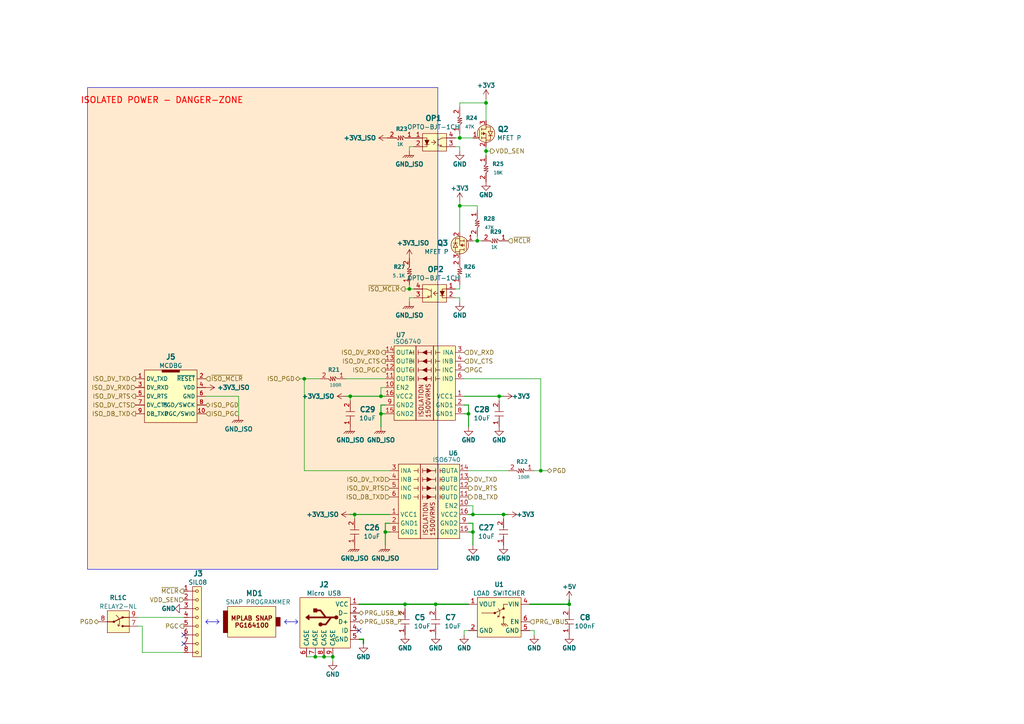
<source format=kicad_sch>
(kicad_sch (version 20231120) (generator "eeschema") (generator_version "8.0")
  (paper "A4")
  (title_block (title "PROGRAMMER & DEBUGGER") (date "2024-07-17") (rev "0.1") (company "TON DUC THANG UNIVERSITY") (comment 1 "Schematic Designed by ...") (comment 2 "PCB Designed by ...") (comment 3 "Approved by ..."))
  (lib_symbols
    (symbol "SAMPI:+3V3_ISO" (power) (pin_names (offset 0))
      (property "Value" "+3V3_ISO" (at 0 3.556 0))
      (symbol "+3V3_ISO_0_1"
        (polyline (pts (xy -0.762 1.27) (xy 0 2.54)))
        (polyline (pts (xy 0 0) (xy 0 2.54)))
        (polyline (pts (xy 0 2.54) (xy 0.762 1.27)))
      )
      (symbol "+3V3_ISO_1_1"
        (pin power_in line (at 0 0 90) (length 0) hide (name "+3V3_ISO") (number "1"))
      )
    )
    (symbol "SAMPI:CERCAP" (pin_names hide)
      (property "Reference" "C" (at -1.905 1.905 0))
      (property "Value" "CerCap" (at -1.905 0 0))
      (symbol "CERCAP_0_1"
        (polyline (pts (xy 0 -2.54) (xy 0.635 -2.54)))
        (polyline (pts (xy 0.635 -1.27) (xy 0.635 -3.81)))
        (polyline (pts (xy 1.905 -2.54) (xy 2.54 -2.54)))
        (polyline (pts (xy 1.905 -1.27) (xy 1.905 -3.81)))
      )
      (symbol "CERCAP_1_1"
        (pin bidirectional line (at -2.54 -2.54 0) (length 2.54) (name "1") (number "1"))
        (pin bidirectional line (at 5.08 -2.54 180) (length 2.54) (name "2") (number "2"))
      )
    )
    (symbol "SAMPI:FET_P-CH" (pin_names hide)
      (property "Reference" "Q" (at 1.27 0.635 0))
      (property "Value" "MFET P" (at 1.27 -1.27 0))
      (symbol "FET_P-CH_0_1"
        (polyline (pts (xy 2.54 -5.461) (xy 2.54 -4.699)))
        (polyline (pts (xy 2.54 -3.429) (xy 2.54 -4.191)))
        (polyline (pts (xy 2.54 -2.159) (xy 2.54 -2.921)))
        (polyline (pts (xy 4.445 -4.445) (xy 5.715 -4.445)))
        (polyline (pts (xy 4.445 -3.175) (xy 5.715 -3.175)))
        (polyline (pts (xy 1.27 -5.08) (xy 1.905 -5.08) (xy 1.905 -2.54)))
        (polyline (pts (xy 2.54 -3.81) (xy 3.81 -3.81) (xy 3.81 -5.08)))
        (polyline (pts (xy 3.81 -6.35) (xy 3.81 -5.08) (xy 2.54 -5.08)))
        (polyline (pts (xy 3.81 -5.715) (xy 5.08 -5.715) (xy 5.08 -4.445)))
        (polyline (pts (xy 3.81 -1.905) (xy 5.08 -1.905) (xy 5.08 -3.175)))
        (polyline (pts (xy 3.81 -1.27) (xy 3.81 -2.54) (xy 2.54 -2.54)))
        (polyline (pts (xy 4.445 -3.175) (xy 5.08 -4.445) (xy 5.715 -3.175)))
      )
      (symbol "FET_P-CH_1_1"
        (polyline (pts (xy 3.048 -3.429) (xy 3.048 -4.191) (xy 3.429 -3.81) (xy 3.048 -3.429)) (fill (type outline)))
        (circle (center 3.81 -3.81) (radius 2.54) (fill (type background)))
        (pin bidirectional line (at 0 -5.08 0) (length 1.27) (name "G") (number "1"))
        (pin bidirectional line (at 3.81 -7.62 90) (length 1.27) (name "S") (number "2"))
        (pin bidirectional line (at 3.81 0 270) (length 1.27) (name "D") (number "3"))
      )
    )
    (symbol "SAMPI:GND_ISO" (power) (pin_names (offset 0))
      (property "Value" "GND_ISO" (at 0 5.715 0))
      (symbol "GND_ISO_0_1"
        (polyline (pts (xy -1.27 7.62) (xy -1.905 6.985)))
        (polyline (pts (xy -1.27 7.62) (xy 1.27 7.62)))
        (polyline (pts (xy -0.635 7.62) (xy -1.27 6.985)))
        (polyline (pts (xy 0 7.62) (xy -0.635 6.985)))
        (polyline (pts (xy 0 8.89) (xy 0 7.62)))
        (polyline (pts (xy 0.635 7.62) (xy 0 6.985)))
        (polyline (pts (xy 1.27 7.62) (xy 0.635 6.985)))
      )
      (symbol "GND_ISO_1_1"
        (pin power_in line (at 0 8.89 270) (length 0) hide (name "GND_ISO") (number "1"))
      )
    )
    (symbol "SAMPI:ISO6740"
      (property "Reference" "U" (at 0 0 0))
      (property "Value" "ISO6740" (at 0 -1.905 0))
      (symbol "ISO6740_0_1"
        (polyline (pts (xy -3.175 -13.335) (xy -3.175 -12.065)))
        (polyline (pts (xy -3.175 -12.7) (xy -4.445 -12.7)))
        (polyline (pts (xy -3.175 -10.795) (xy -3.175 -9.525)))
        (polyline (pts (xy -3.175 -10.16) (xy -4.445 -10.16)))
        (polyline (pts (xy -3.175 -8.255) (xy -3.175 -6.985)))
        (polyline (pts (xy -3.175 -7.62) (xy -4.445 -7.62)))
        (polyline (pts (xy -3.175 -5.715) (xy -3.175 -4.445)))
        (polyline (pts (xy -3.175 -5.08) (xy -4.445 -5.08)))
        (polyline (pts (xy -1.905 -13.335) (xy -1.905 -12.065)))
        (polyline (pts (xy -1.905 -12.7) (xy -0.635 -12.7)))
        (polyline (pts (xy -1.905 -10.795) (xy -1.905 -9.525)))
        (polyline (pts (xy -1.905 -10.16) (xy -0.635 -10.16)))
        (polyline (pts (xy -1.905 -8.255) (xy -1.905 -6.985)))
        (polyline (pts (xy -1.905 -7.62) (xy -0.635 -7.62)))
        (polyline (pts (xy -1.905 -5.715) (xy -1.905 -4.445)))
        (polyline (pts (xy -1.905 -5.08) (xy -0.635 -5.08)))
        (polyline (pts (xy 0.635 -12.7) (xy 1.905 -12.7)))
        (polyline (pts (xy 0.635 -10.16) (xy 1.905 -10.16)))
        (polyline (pts (xy 0.635 -7.62) (xy 1.905 -7.62)))
        (polyline (pts (xy 0.635 -5.08) (xy 1.905 -5.08)))
        (polyline (pts (xy 1.905 -12.065) (xy 1.905 -13.335)))
        (polyline (pts (xy 1.905 -9.525) (xy 1.905 -10.795)))
        (polyline (pts (xy 1.905 -6.985) (xy 1.905 -8.255)))
        (polyline (pts (xy 1.905 -4.445) (xy 1.905 -5.715)))
        (polyline (pts (xy 3.175 -12.7) (xy 4.445 -12.7)))
        (polyline (pts (xy 3.175 -12.065) (xy 3.175 -13.335)))
        (polyline (pts (xy 3.175 -10.16) (xy 4.445 -10.16)))
        (polyline (pts (xy 3.175 -9.525) (xy 3.175 -10.795)))
        (polyline (pts (xy 3.175 -7.62) (xy 4.445 -7.62)))
        (polyline (pts (xy 3.175 -6.985) (xy 3.175 -8.255)))
        (polyline (pts (xy 3.175 -5.08) (xy 4.445 -5.08)))
        (polyline (pts (xy 3.175 -4.445) (xy 3.175 -5.715)))
      )
      (symbol "ISO6740_1_0"
        (pin input line (at 11.43 -15.24 180) (length 2.54) (name "EN2") (number "10"))
        (pin output line (at 11.43 -12.7 180) (length 2.54) (name "OUTD") (number "11"))
        (pin output line (at 11.43 -10.16 180) (length 2.54) (name "OUTC") (number "12"))
        (pin output line (at 11.43 -7.62 180) (length 2.54) (name "OUTB") (number "13"))
        (pin output line (at 11.43 -5.08 180) (length 2.54) (name "OUTA") (number "14"))
        (pin passive line (at 11.43 -22.86 180) (length 2.54) (name "GND2") (number "15"))
        (pin power_in line (at 11.43 -17.78 180) (length 2.54) (name "VCC2") (number "16"))
        (pin passive line (at -11.43 -20.32 0) (length 2.54) (name "GND1") (number "2"))
        (pin input line (at -11.43 -5.08 0) (length 2.54) (name "INA") (number "3"))
        (pin input line (at -11.43 -7.62 0) (length 2.54) (name "INB") (number "4"))
        (pin input line (at -11.43 -10.16 0) (length 2.54) (name "INC") (number "5"))
        (pin input line (at -11.43 -12.7 0) (length 2.54) (name "IND") (number "6"))
        (pin no_connect line (at -11.43 -15.24 0) (length 2.54) hide (name "NC") (number "7"))
        (pin passive line (at -11.43 -22.86 0) (length 2.54) (name "GND1") (number "8"))
        (pin passive line (at 11.43 -20.32 180) (length 2.54) (name "GND2") (number "9"))
      )
      (symbol "ISO6740_1_1"
        (rectangle (start -8.89 -3.175) (end -2.54 -24.765) (fill (type background)))
        (rectangle (start -2.54 -3.175) (end 2.54 -24.765))
        (polyline (pts (xy -0.635 -12.065) (xy -0.635 -13.335) (xy 0.635 -12.7) (xy -0.635 -12.065)) (fill (type outline)))
        (polyline (pts (xy -0.635 -9.525) (xy -0.635 -10.795) (xy 0.635 -10.16) (xy -0.635 -9.525)) (fill (type outline)))
        (polyline (pts (xy -0.635 -6.985) (xy -0.635 -8.255) (xy 0.635 -7.62) (xy -0.635 -6.985)) (fill (type outline)))
        (polyline (pts (xy -0.635 -4.445) (xy -0.635 -5.715) (xy 0.635 -5.08) (xy -0.635 -4.445)) (fill (type outline)))
        (rectangle (start 2.54 -3.175) (end 8.89 -24.765) (fill (type background)))
        (text "ISOLATION\n1500VRMS" (at 0 -19.05 900) (effects (font (size 1.27 1.27))))
        (pin power_in line (at -11.43 -17.78 0) (length 2.54) (name "VCC1") (number "1"))
      )
    )
    (symbol "SAMPI:MCDBG"
      (property "Reference" "J4" (at 0 11.43 0))
      (property "Value" "MCDBG" (at 0 8.89 0))
      (symbol "MCDBG_0_1"
        (rectangle (start -7.62 7.62) (end 7.62 -7.62) (fill (type background)))
      )
      (symbol "MCDBG_1_1"
        (rectangle (start -2.54 7.62) (end 2.54 6.985) (fill (type outline)))
        (pin output line (at -10.16 5.08 0) (length 2.54) (name "DV_TXD") (number "1"))
        (pin output line (at 10.16 -5.08 180) (length 2.54) (name "PGC/SWIO") (number "10"))
        (pin output line (at 10.16 5.08 180) (length 2.54) (name "~{RESET}") (number "2"))
        (pin input line (at -10.16 2.54 0) (length 2.54) (name "DV_RXD") (number "3"))
        (pin input line (at 10.16 2.54 180) (length 2.54) (name "VDD") (number "4"))
        (pin bidirectional line (at -10.16 0 0) (length 2.54) (name "DV_RTS") (number "5"))
        (pin bidirectional line (at 10.16 0 180) (length 2.54) (name "GND") (number "6"))
        (pin bidirectional line (at -10.16 -2.54 0) (length 2.54) (name "DV_CTS") (number "7"))
        (pin bidirectional line (at 10.16 -2.54 180) (length 2.54) (name "PGD/SWCK") (number "8"))
        (pin output line (at -10.16 -5.08 0) (length 2.54) (name "DB_TXD") (number "9"))
      )
    )
    (symbol "SAMPI:MIC94090YC6"
      (property "Reference" "U" (at 0 0 0))
      (property "Value" "LOAD SWITCHER" (at 0 -1.905 0))
      (symbol "MIC94090YC6_0_0"
        (pin power_out line (at 8.89 -5.08 180) (length 2.54) (name "VOUT") (number "1"))
        (pin passive line (at 8.89 -12.7 180) (length 2.54) (name "GND") (number "2"))
        (pin power_in line (at -8.89 -5.08 0) (length 2.54) (name "VIN") (number "4"))
        (pin passive line (at -8.89 -12.7 0) (length 2.54) (name "GND") (number "5"))
        (pin input line (at -8.89 -10.16 0) (length 2.54) (name "EN") (number "6"))
      )
      (symbol "MIC94090YC6_0_1"
        (polyline (pts (xy -2.54 -5.08) (xy -1.27 -5.08)))
        (polyline (pts (xy -1.905 -10.795) (xy -2.54 -11.43)))
        (polyline (pts (xy -1.905 -10.795) (xy -0.635 -10.795)))
        (polyline (pts (xy -1.27 -10.795) (xy -1.905 -11.43)))
        (polyline (pts (xy -1.27 -8.89) (xy -1.27 -10.795)))
        (polyline (pts (xy -1.27 -6.35) (xy 1.27 -7.62)))
        (polyline (pts (xy -1.27 -5.08) (xy -1.27 -6.35)))
        (polyline (pts (xy -0.635 -10.795) (xy -1.27 -11.43)))
        (polyline (pts (xy 1.27 -7.62) (xy 5.08 -7.62)))
      )
      (symbol "MIC94090YC6_1_0"
        (pin no_connect line (at 8.89 -10.16 180) (length 2.54) hide (name "NC") (number "3"))
      )
      (symbol "MIC94090YC6_1_1"
        (rectangle (start -6.35 -3.175) (end 6.35 -14.605) (fill (type background)))
        (circle (center -1.27 -8.89) (radius 0.254) (fill (type outline)))
        (circle (center -1.27 -6.35) (radius 0.254) (fill (type outline)))
        (polyline (pts (xy -0.127 -8.636) (xy 0.381 -8.763)))
        (polyline (pts (xy 0.381 -8.382) (xy 0.381 -8.763)))
        (arc (start 0.254 -6.35) (mid -0.1822 -7.5828) (end 0.381 -8.763))
        (circle (center 1.27 -7.62) (radius 0.254) (fill (type outline)))
      )
    )
    (symbol "SAMPI:MICRO_USB_PLUG_RA"
      (property "Reference" "J" (at 0 0 0))
      (property "Value" "ZX60-B-5S" (at 3.81 -1.905 0))
      (symbol "MICRO_USB_PLUG_RA_1_1"
        (rectangle (start -1.905 -3.175) (end 12.7 -17.78) (fill (type background)))
        (polyline (pts (xy 5.588 -8.89) (xy 0.254 -8.89)) (stroke (width 0.5)))
        (polyline (pts (xy -0.254 -8.89) (xy 0.762 -9.652) (xy 0.762 -8.128) (xy -0.254 -8.89)) (fill (type outline)))
        (polyline (pts (xy 2.54 -6.858) (xy 3.81 -6.858) (xy 4.064 -6.858) (xy 5.588 -8.89) (xy 7.112 -8.89)) (stroke (width 0.5)))
        (polyline (pts (xy 4.064 -10.922) (xy 5.334 -10.922) (xy 5.588 -10.922) (xy 7.112 -8.89) (xy 8.636 -8.89)) (stroke (width 0.5)))
        (rectangle (start 2.032 -6.35) (end 3.048 -7.366) (fill (type outline)))
        (circle (center 4.064 -10.922) (radius 0.508) (fill (type outline)))
        (circle (center 8.636 -8.89) (radius 0.508) (fill (type outline)))
        (pin power_out line (at 15.24 -5.08 180) (length 2.54) (name "VCC") (number "1"))
        (pin bidirectional line (at 15.24 -7.62 180) (length 2.54) (name "D-") (number "2"))
        (pin bidirectional line (at 15.24 -10.16 180) (length 2.54) (name "D+") (number "3"))
        (pin input line (at 15.24 -12.7 180) (length 2.54) (name "ID") (number "4"))
        (pin passive line (at 15.24 -15.24 180) (length 2.54) (name "GND") (number "5"))
        (pin passive line (at 0 -20.32 90) (length 2.54) (name "CASE") (number "6"))
        (pin passive line (at 2.54 -20.32 90) (length 2.54) (name "CASE") (number "7"))
        (pin passive line (at 5.08 -20.32 90) (length 2.54) (name "CASE") (number "8"))
        (pin passive line (at 7.62 -20.32 90) (length 2.54) (name "CASE") (number "9"))
      )
    )
    (symbol "SAMPI:OPTO-BJT-1CH" (pin_names hide)
      (property "Reference" "OP" (at -1.27 0.635 0))
      (property "Value" "OPTO-BJT-1CH" (at -5.715 -1.27 0))
      (symbol "OPTO-BJT-1CH_0_1"
        (polyline (pts (xy -2.54 -6.35) (xy -1.27 -6.35)))
        (polyline (pts (xy -3.175 -6.985) (xy -1.905 -6.985) (xy -1.905 -6.35)))
        (polyline (pts (xy -3.175 -4.445) (xy -1.905 -4.445) (xy -1.905 -5.08)))
      )
      (symbol "OPTO-BJT-1CH_1_1"
        (rectangle (start -3.175 -3.175) (end 3.81 -8.255) (fill (type background)))
        (polyline (pts (xy 0.635 -5.715) (xy 0 -6.35)))
        (polyline (pts (xy 1.27 -6.35) (xy 2.54 -6.985)))
        (polyline (pts (xy 1.27 -4.445) (xy 1.27 -6.985)))
        (polyline (pts (xy 2.54 -4.445) (xy 1.27 -5.08)))
        (polyline (pts (xy 2.54 -4.445) (xy 3.81 -4.445)))
        (polyline (pts (xy 3.81 -6.985) (xy 2.54 -6.985)))
        (polyline (pts (xy -0.635 -5.715) (xy 0.635 -5.715) (xy 0 -5.08)))
        (polyline (pts (xy 1.778 -6.985) (xy 2.286 -6.858) (xy 2.159 -6.35)))
        (polyline (pts (xy -2.54 -5.08) (xy -1.27 -5.08) (xy -1.905 -6.35) (xy -2.54 -5.08)) (fill (type outline)))
        (pin input line (at -5.715 -4.445 0) (length 2.54) (name "A") (number "1"))
        (pin input line (at -5.715 -6.985 0) (length 2.54) (name "K") (number "2"))
        (pin bidirectional line (at 6.35 -6.985 180) (length 2.54) (name "E") (number "3"))
        (pin bidirectional line (at 6.35 -4.445 180) (length 2.54) (name "C") (number "4"))
      )
    )
    (symbol "SAMPI:RELAY2-NL" (pin_names (offset 0) hide)
      (property "Reference" "RL" (at 0 0 0))
      (property "Value" "RELAY2-NL" (at 0 -1.905 0))
      (symbol "RELAY2-NL_1_1"
        (rectangle (start -3.175 -3.175) (end 3.175 -6.985) (fill (type background)))
        (rectangle (start -2.54 -3.175) (end 2.54 -3.556) (fill (type outline)))
        (arc (start -1.27 -4.445) (mid -1.719 -4.631) (end -1.905 -5.08))
        (arc (start -0.635 -5.08) (mid -0.821 -4.631) (end -1.27 -4.445))
        (arc (start 0 -4.445) (mid -0.449 -4.631) (end -0.635 -5.08))
        (polyline (pts (xy -3.175 -5.08) (xy -1.905 -5.08)))
        (polyline (pts (xy -1.651 -5.969) (xy -0.889 -5.969)))
        (polyline (pts (xy -1.27 -5.588) (xy -1.27 -6.35)))
        (polyline (pts (xy 0.889 -5.969) (xy 1.651 -5.969)))
        (polyline (pts (xy 1.905 -5.08) (xy 3.175 -5.08)))
        (arc (start 0.635 -5.08) (mid 0.449 -4.631) (end 0 -4.445))
        (arc (start 1.27 -4.445) (mid 0.821 -4.631) (end 0.635 -5.08))
        (arc (start 1.905 -5.08) (mid 1.719 -4.631) (end 1.27 -4.445))
        (pin passive line (at -5.715 -5.08 0) (length 2.54) (name "COIL+") (number "1"))
        (pin passive line (at 5.715 -5.08 180) (length 2.54) (name "COIL-") (number "10"))
      )
      (symbol "RELAY2-NL_2_1"
        (rectangle (start -3.175 -3.175) (end 3.175 -9.525) (fill (type background)))
        (circle (center -1.27 -6.35) (radius 0.254) (fill (type outline)))
        (arc (start 0 -7.62) (mid 0.3401 -5.901) (end -0.635 -4.445))
        (polyline (pts (xy -3.175 -6.35) (xy -1.27 -6.35)) (stroke (width 0.254)))
        (polyline (pts (xy -1.27 -6.35) (xy 1.27 -5.08)) (stroke (width 0.254)))
        (polyline (pts (xy -0.127 -7.112) (xy 0 -7.62)))
        (polyline (pts (xy 0 -7.62) (xy 0.508 -7.366)))
        (polyline (pts (xy 3.175 -7.62) (xy 1.27 -7.62)) (stroke (width 0.254)))
        (polyline (pts (xy 3.175 -5.08) (xy 1.27 -5.08)) (stroke (width 0.254)))
        (circle (center 1.27 -7.62) (radius 0.254) (fill (type outline)))
        (circle (center 1.27 -5.08) (radius 0.254) (fill (type outline)))
        (pin passive line (at 5.715 -5.08 180) (length 2.54) (name "NC1") (number "2"))
        (pin passive line (at -5.715 -6.35 0) (length 2.54) (name "COM1") (number "3"))
        (pin passive line (at 5.715 -7.62 180) (length 2.54) (name "NO1") (number "4"))
      )
      (symbol "RELAY2-NL_3_1"
        (rectangle (start -3.175 -3.175) (end 3.175 -9.525) (fill (type background)))
        (circle (center -1.27 -6.35) (radius 0.254) (fill (type outline)))
        (arc (start 0 -7.62) (mid 0.3401 -5.901) (end -0.635 -4.445))
        (polyline (pts (xy -3.175 -6.35) (xy -1.27 -6.35)) (stroke (width 0.254)))
        (polyline (pts (xy -1.27 -6.35) (xy 1.27 -5.08)) (stroke (width 0.254)))
        (polyline (pts (xy -0.127 -7.112) (xy 0 -7.62)))
        (polyline (pts (xy 0 -7.62) (xy 0.508 -7.366)))
        (polyline (pts (xy 3.175 -7.62) (xy 1.27 -7.62)) (stroke (width 0.254)))
        (polyline (pts (xy 3.175 -5.08) (xy 1.27 -5.08)) (stroke (width 0.254)))
        (circle (center 1.27 -7.62) (radius 0.254) (fill (type outline)))
        (circle (center 1.27 -5.08) (radius 0.254) (fill (type outline)))
        (pin passive line (at 5.715 -7.62 180) (length 2.54) (name "NO2") (number "7"))
        (pin passive line (at -5.715 -6.35 0) (length 2.54) (name "COM2") (number "8"))
        (pin passive line (at 5.715 -5.08 180) (length 2.54) (name "NC2") (number "9"))
      )
    )
    (symbol "SAMPI:RES" (pin_names hide)
      (property "Reference" "R" (at 0 1.905 0))
      (property "Value" "RES" (at 0 0 0))
      (symbol "RES_0_1"
        (polyline (pts (xy 0 -2.54) (xy 0.635 -1.905) (xy 0.635 -3.175) (xy 1.27 -1.905) (xy 1.27 -3.175) (xy 1.905 -1.905) (xy 1.905 -3.175) (xy 2.54 -2.54)))
      )
      (symbol "RES_1_1"
        (pin bidirectional line (at -2.54 -2.54 0) (length 2.54) (name "1") (number "1"))
        (pin bidirectional line (at 5.08 -2.54 180) (length 2.54) (name "2") (number "2"))
      )
    )
    (symbol "SAMPI:SIL08" (pin_names hide)
      (property "Reference" "J" (at 0 0 0))
      (property "Value" "SIL08" (at 0 -1.905 0))
      (symbol "SIL08_0_0"
        (polyline (pts (xy -1.27 -22.86) (xy 0.889 -22.86)))
        (polyline (pts (xy -1.27 -20.32) (xy 0.889 -20.32)))
        (polyline (pts (xy -1.27 -17.78) (xy 0.889 -17.78)))
        (polyline (pts (xy -1.27 -15.24) (xy 0.889 -15.24)))
        (polyline (pts (xy -1.27 -12.7) (xy 0.889 -12.7)))
        (polyline (pts (xy -1.27 -10.16) (xy 0.889 -10.16)))
        (polyline (pts (xy -1.27 -7.62) (xy 0.889 -7.62)))
        (polyline (pts (xy -1.27 -5.08) (xy 0.889 -5.08)))
      )
      (symbol "SIL08_1_0"
        (rectangle (start 0 -3.81) (end 2.54 -24.13) (fill (type background)))
        (circle (center 1.27 -22.86) (radius 0.381))
        (circle (center 1.27 -20.32) (radius 0.381))
        (circle (center 1.27 -17.78) (radius 0.381))
        (circle (center 1.27 -15.24) (radius 0.381))
        (circle (center 1.27 -12.7) (radius 0.381))
        (circle (center 1.27 -10.16) (radius 0.381))
        (circle (center 1.27 -7.62) (radius 0.381))
        (circle (center 1.27 -5.08) (radius 0.381))
        (pin passive line (at -2.54 -5.08 0) (length 1.27) (name "1") (number "1"))
        (pin passive line (at -2.54 -7.62 0) (length 1.27) (name "2") (number "2"))
        (pin passive line (at -2.54 -10.16 0) (length 1.27) (name "3") (number "3"))
        (pin passive line (at -2.54 -12.7 0) (length 1.27) (name "4") (number "4"))
        (pin passive line (at -2.54 -15.24 0) (length 1.27) (name "5") (number "5"))
        (pin passive line (at -2.54 -17.78 0) (length 1.27) (name "6") (number "6"))
        (pin passive line (at -2.54 -20.32 0) (length 1.27) (name "7") (number "7"))
        (pin passive line (at -2.54 -22.86 0) (length 1.27) (name "8") (number "8"))
      )
    )
    (symbol "SAMPI:SNAP-PG164100"
      (property "Reference" "MD" (at 0 0 0))
      (property "Value" "SNAP PROGRAMMER" (at 0 -1.905 0))
      (symbol "SNAP-PG164100_1_1"
        (rectangle (start -8.255 -6.35) (end -6.985 -8.89) (fill (type outline)))
        (rectangle (start -6.985 -3.175) (end 6.985 -12.065) (fill (type background)))
        (rectangle (start 6.985 -4.445) (end 8.255 -10.795) (fill (type outline)))
        (text "MPLAB SNAP\nPG164100" (at 0 -7.62 0) (effects (font (size 1.27 1.27) (bold yes))))
      )
    )
    (symbol "power:+3V3" (power) (pin_names (offset 0))
      (property "Value" "+3V3" (at 0 3.556 0))
      (symbol "+3V3_0_1"
        (polyline (pts (xy -0.762 1.27) (xy 0 2.54)))
        (polyline (pts (xy 0 0) (xy 0 2.54)))
        (polyline (pts (xy 0 2.54) (xy 0.762 1.27)))
      )
      (symbol "+3V3_1_1"
        (pin power_in line (at 0 0 90) (length 0) hide (name "+3V3") (number "1"))
      )
    )
    (symbol "power:+5V" (power) (pin_names (offset 0))
      (property "Value" "+5V" (at 0 3.556 0))
      (symbol "+5V_0_1"
        (polyline (pts (xy -0.762 1.27) (xy 0 2.54)))
        (polyline (pts (xy 0 0) (xy 0 2.54)))
        (polyline (pts (xy 0 2.54) (xy 0.762 1.27)))
      )
      (symbol "+5V_1_1"
        (pin power_in line (at 0 0 90) (length 0) hide (name "+5V") (number "1"))
      )
    )
    (symbol "power:GND" (power) (pin_names (offset 0))
      (property "Value" "GND" (at 0 -3.81 0))
      (symbol "GND_0_1"
        (polyline (pts (xy 0 0) (xy 0 -1.27) (xy 1.27 -1.27) (xy 0 -2.54) (xy -1.27 -1.27) (xy 0 -1.27)))
      )
      (symbol "GND_1_1"
        (pin power_in line (at 0 0 270) (length 0) hide (name "GND") (number "1"))
      )
    )
  )
  (junction (at 91.44 190.5))
  (junction (at 111.76 154.305))
  (junction (at 140.97 29.845))
  (junction (at 102.87 149.225))
  (junction (at 138.43 69.85))
  (junction (at 110.49 120.015))
  (junction (at 137.16 149.225))
  (junction (at 165.1 175.26))
  (junction (at 133.35 59.69))
  (junction (at 88.265 109.855))
  (junction (at 146.05 149.225))
  (junction (at 140.97 43.815))
  (junction (at 137.16 154.305))
  (junction (at 135.89 120.015))
  (junction (at 156.845 136.525))
  (junction (at 117.475 175.26))
  (junction (at 144.78 114.935))
  (junction (at 96.52 190.5))
  (junction (at 118.745 83.82))
  (junction (at 126.365 175.26))
  (junction (at 93.98 190.5))
  (junction (at 133.35 40.005))
  (junction (at 110.49 114.935))
  (junction (at 101.6 114.935))
  (no_connect (at 53.34 184.15))
  (no_connect (at 104.14 182.88))
  (no_connect (at 53.34 186.69))
  (wire (pts (xy 140.97 34.925) (xy 140.97 29.845)))
  (wire (pts (xy 146.05 149.225) (xy 146.05 150.495)))
  (wire (pts (xy 134.62 117.475) (xy 135.89 117.475)) (stroke (width 0.254)))
  (polyline (pts (xy 62.865 180.975) (xy 63.5 180.34)))
  (wire (pts (xy 165.1 175.26) (xy 165.1 176.53)))
  (wire (pts (xy 135.89 182.88) (xy 134.62 182.88)))
  (wire (pts (xy 146.05 149.225) (xy 147.32 149.225)) (stroke (width 0.254)))
  (wire (pts (xy 140.97 28.575) (xy 140.97 29.845)))
  (wire (pts (xy 111.76 120.015) (xy 110.49 120.015)) (stroke (width 0.254)))
  (polyline (pts (xy 59.69 180.34) (xy 60.325 179.705)))
  (wire (pts (xy 144.78 114.935) (xy 144.78 116.205)))
  (wire (pts (xy 133.35 83.82) (xy 132.08 83.82)))
  (wire (pts (xy 104.14 185.42) (xy 105.41 185.42)) (stroke (width 0.381)))
  (wire (pts (xy 133.35 86.36) (xy 133.35 87.63)))
  (polyline (pts (xy 62.865 179.705) (xy 63.5 180.34)))
  (wire (pts (xy 113.03 136.525) (xy 88.265 136.525)))
  (wire (pts (xy 118.745 42.545) (xy 118.745 43.815)))
  (wire (pts (xy 100.33 109.855) (xy 111.76 109.855)))
  (wire (pts (xy 153.67 182.88) (xy 154.94 182.88)))
  (wire (pts (xy 153.67 175.26) (xy 165.1 175.26)) (stroke (width 0.381)))
  (wire (pts (xy 118.745 86.36) (xy 118.745 87.63)))
  (wire (pts (xy 134.62 109.855) (xy 156.845 109.855)))
  (wire (pts (xy 133.35 82.55) (xy 133.35 83.82)))
  (wire (pts (xy 69.215 114.935) (xy 69.215 120.65)))
  (wire (pts (xy 133.35 42.545) (xy 133.35 43.815)))
  (wire (pts (xy 96.52 190.5) (xy 96.52 191.77)))
  (wire (pts (xy 137.16 149.225) (xy 146.05 149.225)) (stroke (width 0.254)))
  (wire (pts (xy 86.995 109.855) (xy 88.265 109.855)))
  (wire (pts (xy 140.97 43.815) (xy 140.97 45.085)))
  (wire (pts (xy 165.1 173.99) (xy 165.1 175.26)) (stroke (width 0.381)))
  (wire (pts (xy 132.08 42.545) (xy 133.35 42.545)))
  (wire (pts (xy 133.35 58.42) (xy 133.35 59.69)))
  (wire (pts (xy 133.35 40.005) (xy 137.16 40.005)))
  (wire (pts (xy 88.265 136.525) (xy 88.265 109.855)))
  (wire (pts (xy 111.76 112.395) (xy 110.49 112.395)))
  (wire (pts (xy 138.43 60.96) (xy 138.43 59.69)))
  (wire (pts (xy 111.76 114.935) (xy 110.49 114.935)) (stroke (width 0.254)))
  (wire (pts (xy 111.76 117.475) (xy 110.49 117.475)) (stroke (width 0.254)))
  (wire (pts (xy 110.49 112.395) (xy 110.49 114.935)))
  (wire (pts (xy 93.98 190.5) (xy 96.52 190.5)))
  (wire (pts (xy 154.94 182.88) (xy 154.94 184.15)))
  (wire (pts (xy 126.365 175.26) (xy 135.89 175.26)) (stroke (width 0.381)))
  (wire (pts (xy 40.005 181.61) (xy 41.275 181.61)))
  (polyline (pts (xy 82.55 180.34) (xy 83.185 180.975)))
  (wire (pts (xy 140.97 29.845) (xy 133.35 29.845)))
  (wire (pts (xy 156.845 109.855) (xy 156.845 136.525)))
  (wire (pts (xy 133.35 38.735) (xy 133.35 40.005)))
  (wire (pts (xy 117.475 175.26) (xy 117.475 176.53)))
  (wire (pts (xy 135.89 146.685) (xy 137.16 146.685)))
  (wire (pts (xy 126.365 175.26) (xy 126.365 176.53)))
  (wire (pts (xy 88.265 109.855) (xy 92.71 109.855)))
  (wire (pts (xy 41.275 189.23) (xy 53.34 189.23)))
  (wire (pts (xy 147.32 136.525) (xy 135.89 136.525)))
  (wire (pts (xy 133.35 59.69) (xy 133.35 67.31)))
  (polyline (pts (xy 85.725 179.705) (xy 86.36 180.34)))
  (wire (pts (xy 135.89 151.765) (xy 137.16 151.765)) (stroke (width 0.254)))
  (wire (pts (xy 138.43 59.69) (xy 133.35 59.69)))
  (wire (pts (xy 140.97 42.545) (xy 140.97 43.815)))
  (wire (pts (xy 134.62 182.88) (xy 134.62 184.15)))
  (wire (pts (xy 137.16 151.765) (xy 137.16 154.305)) (stroke (width 0.254)))
  (wire (pts (xy 156.845 136.525) (xy 158.75 136.525)))
  (wire (pts (xy 138.43 69.85) (xy 139.7 69.85)))
  (wire (pts (xy 104.14 175.26) (xy 117.475 175.26)) (stroke (width 0.381)))
  (wire (pts (xy 105.41 185.42) (xy 105.41 186.69)) (stroke (width 0.381)))
  (wire (pts (xy 135.89 117.475) (xy 135.89 120.015)) (stroke (width 0.254)))
  (wire (pts (xy 111.76 151.765) (xy 111.76 154.305)) (stroke (width 0.254)))
  (wire (pts (xy 118.745 82.55) (xy 118.745 83.82)))
  (wire (pts (xy 135.89 120.015) (xy 135.89 123.825)) (stroke (width 0.254)))
  (polyline (pts (xy 59.69 180.34) (xy 60.325 180.975)))
  (wire (pts (xy 111.76 154.305) (xy 113.03 154.305)) (stroke (width 0.254)))
  (wire (pts (xy 101.6 149.225) (xy 102.87 149.225)) (stroke (width 0.254)))
  (wire (pts (xy 133.35 29.845) (xy 133.35 31.115)))
  (wire (pts (xy 40.005 179.07) (xy 53.34 179.07)))
  (polyline (pts (xy 59.69 180.34) (xy 63.5 180.34)))
  (wire (pts (xy 111.76 154.305) (xy 111.76 158.115)) (stroke (width 0.254)))
  (wire (pts (xy 110.49 114.935) (xy 101.6 114.935)) (stroke (width 0.254)))
  (wire (pts (xy 102.87 149.225) (xy 102.87 150.495)))
  (wire (pts (xy 140.97 43.815) (xy 142.24 43.815)))
  (wire (pts (xy 120.015 42.545) (xy 118.745 42.545)))
  (wire (pts (xy 118.745 83.82) (xy 120.015 83.82)))
  (wire (pts (xy 154.94 136.525) (xy 156.845 136.525)))
  (polyline (pts (xy 85.725 180.975) (xy 86.36 180.34)))
  (wire (pts (xy 133.35 40.005) (xy 132.08 40.005)))
  (wire (pts (xy 135.89 149.225) (xy 137.16 149.225)) (stroke (width 0.254)))
  (wire (pts (xy 110.49 117.475) (xy 110.49 120.015)) (stroke (width 0.254)))
  (polyline (pts (xy 82.55 180.34) (xy 83.185 179.705)))
  (wire (pts (xy 113.03 151.765) (xy 111.76 151.765)) (stroke (width 0.254)))
  (wire (pts (xy 117.475 83.82) (xy 118.745 83.82)))
  (wire (pts (xy 41.275 181.61) (xy 41.275 189.23)))
  (wire (pts (xy 138.43 68.58) (xy 138.43 69.85)))
  (wire (pts (xy 91.44 190.5) (xy 93.98 190.5)))
  (polyline (pts (xy 82.55 180.34) (xy 86.36 180.34)))
  (wire (pts (xy 101.6 114.935) (xy 101.6 116.205)))
  (wire (pts (xy 126.365 175.26) (xy 117.475 175.26)) (stroke (width 0.381)))
  (wire (pts (xy 135.89 120.015) (xy 134.62 120.015)) (stroke (width 0.254)))
  (wire (pts (xy 132.08 86.36) (xy 133.35 86.36)))
  (wire (pts (xy 59.69 114.935) (xy 69.215 114.935)))
  (wire (pts (xy 135.89 154.305) (xy 137.16 154.305)) (stroke (width 0.254)))
  (wire (pts (xy 138.43 69.85) (xy 137.16 69.85)))
  (wire (pts (xy 146.05 114.935) (xy 144.78 114.935)) (stroke (width 0.254)))
  (wire (pts (xy 113.03 149.225) (xy 102.87 149.225)) (stroke (width 0.254)))
  (wire (pts (xy 137.16 154.305) (xy 137.16 158.115)) (stroke (width 0.254)))
  (wire (pts (xy 120.015 86.36) (xy 118.745 86.36)))
  (wire (pts (xy 137.16 146.685) (xy 137.16 149.225)))
  (wire (pts (xy 101.6 114.935) (xy 100.33 114.935)) (stroke (width 0.254)))
  (wire (pts (xy 134.62 114.935) (xy 144.78 114.935)) (stroke (width 0.254)))
  (wire (pts (xy 88.9 190.5) (xy 91.44 190.5)))
  (wire (pts (xy 110.49 120.015) (xy 110.49 123.825)) (stroke (width 0.254)))
  (rectangle (start 25.4 25.4) (end 127 165.1) (fill (type color) (color 255 234 207 1)))
  (text "ISOLATED POWER - DANGER-ZONE" (at 46.99 29.21 0) (effects (font (size 1.778 1.778) (thickness 0.254) (bold yes))))
  (hierarchical_label "PGD" (shape bidirectional) (at 158.75 136.525 0))
  (hierarchical_label "ISO_DV_CTS" (shape input) (at 39.37 117.475 180))
  (hierarchical_label "VDD_SEN" (shape input) (at 53.34 173.99 180))
  (hierarchical_label "DV_RXD" (shape input) (at 134.62 102.235 0))
  (hierarchical_label "ISO_DV_RXD" (shape output) (at 111.76 102.235 180))
  (hierarchical_label "PRG_VBUS" (shape input) (at 153.67 180.34 0))
  (hierarchical_label "ISO_DV_CTS" (shape output) (at 111.76 104.775 180))
  (hierarchical_label "ISO_DV_TXD" (shape output) (at 39.37 109.855 180))
  (hierarchical_label "ISO_DV_RTS" (shape output) (at 39.37 114.935 180))
  (hierarchical_label "ISO_PGD" (shape bidirectional) (at 86.995 109.855 180))
  (hierarchical_label "VDD_SEN" (shape output) (at 142.24 43.815 0))
  (hierarchical_label "DV_TXD" (shape output) (at 135.89 139.065 0))
  (hierarchical_label "ISO_PGC" (shape input) (at 59.69 120.015 0))
  (hierarchical_label "PGC" (shape output) (at 53.34 181.61 180))
  (hierarchical_label "~{MCLR}" (shape input) (at 147.32 69.85 0))
  (hierarchical_label "ISO_PGC" (shape output) (at 111.76 107.315 180))
  (hierarchical_label "PRG_USB_P" (shape bidirectional) (at 104.14 180.34 0))
  (hierarchical_label "PRG_USB_N" (shape bidirectional) (at 104.14 177.8 0))
  (hierarchical_label "DV_CTS" (shape input) (at 134.62 104.775 0))
  (hierarchical_label "ISO_PGD" (shape bidirectional) (at 59.69 117.475 0))
  (hierarchical_label "~{ISO_MCLR}" (shape input) (at 59.69 109.855 0))
  (hierarchical_label "~{ISO_MCLR}" (shape output) (at 117.475 83.82 180))
  (hierarchical_label "PGC" (shape input) (at 134.62 107.315 0))
  (hierarchical_label "PGD" (shape bidirectional) (at 28.575 180.34 180))
  (hierarchical_label "ISO_DB_TXD" (shape output) (at 39.37 120.015 180))
  (hierarchical_label "DB_TXD" (shape output) (at 135.89 144.145 0))
  (hierarchical_label "~{MCLR}" (shape output) (at 53.34 171.45 180))
  (hierarchical_label "ISO_DV_RXD" (shape input) (at 39.37 112.395 180))
  (hierarchical_label "DV_RTS" (shape output) (at 135.89 141.605 0))
  (hierarchical_label "ISO_DB_TXD" (shape input) (at 113.03 144.145 180))
  (hierarchical_label "ISO_DV_TXD" (shape input) (at 113.03 139.065 180))
  (hierarchical_label "ISO_DV_RTS" (shape input) (at 113.03 141.605 180))
  (symbol (lib_id "power:GND") (at 126.365 184.15 0) (mirror y) (unit 1)
    (property "Reference" "#PWR016" (effects (hide yes)))
    (property "Value" "GND" (at 126.365 187.96 0) (effects (font (bold yes))))
  )
  (symbol (lib_id "SAMPI:MICRO_USB_PLUG_RA") (at 88.9 170.18 0) (unit 1)
    (property "Reference" "J2" (at 93.98 169.545 0) (effects (font (size 1.5 1.5) (bold yes))))
    (property "Value" "Micro USB" (at 93.98 172.085 0))
    (property "Footprint" "SAMPI:ZX60-B-5S(31)" (effects (hide yes)))
    (property "Description" "CONN PLUG USB2.0 MICRO B SMD R/A" (effects (hide yes)))
    (property "MFT" "Hirose" (effects (hide yes)))
    (property "MNP" "ZX60-B-5S(31)" (effects (hide yes)))
    (property "Checked" "OK" (effects (hide yes)))
  )
  (symbol (lib_id "SAMPI:ISO6740") (at 123.19 97.155 0) (mirror y) (unit 1)
    (property "Reference" "U7" (at 116.205 97.155 0) (effects (font (bold yes))))
    (property "Value" "ISO6740" (at 118.11 99.06 0))
    (property "Footprint" "SAMPI:SOIC16-W" (effects (hide yes)))
    (property "Description" "DIGITAL ISOLATOR 4-CH 1500VRMS 50MBIT/S" (effects (hide yes)))
    (property "MNP" "ISO6740FQDWRQ1" (effects (hide yes)))
    (property "MFT" "Texas Instruments" (effects (hide yes)))
  )
  (symbol (lib_id "SAMPI:FET_P-CH") (at 137.16 34.925 0) (unit 1)
    (property "Reference" "Q2" (at 144.145 37.4649 0) (effects (font (size 1.5 1.5) (bold yes)) (justify left)))
    (property "Value" "MFET P" (at 144.145 40.0049 0) (effects (justify left)))
  )
  (symbol (lib_id "power:GND") (at 165.1 184.15 0) (unit 1)
    (property "Reference" "#PWR020" (effects (hide yes)))
    (property "Value" "GND" (at 165.1 187.96 0) (effects (font (bold yes))))
  )
  (symbol (lib_id "power:GND") (at 154.94 184.15 0) (unit 1)
    (property "Reference" "#PWR018" (effects (hide yes)))
    (property "Value" "GND" (at 154.94 187.96 0) (effects (font (bold yes))))
  )
  (symbol (lib_id "power:+3V3") (at 140.97 28.575 0) (unit 1)
    (property "Reference" "#PWR089" (effects (hide yes)))
    (property "Value" "+3V3" (at 140.97 24.765 0) (effects (font (bold yes))))
  )
  (symbol (lib_id "power:+5V") (at 165.1 173.99 0) (unit 1)
    (property "Reference" "#PWR019" (effects (hide yes)))
    (property "Value" "+5V" (at 165.1 170.18 0) (effects (font (bold yes))))
  )
  (symbol (lib_id "SAMPI:RELAY2-NL") (at 34.29 173.99 0) (unit 3)
    (property "Reference" "RL1" (at 34.29 173.355 0) (effects (font (bold yes))))
    (property "Value" "RELAY2-NL" (at 34.29 175.895 0))
    (property "Footprint" "SAMPI:EA2-5NU" (effects (hide yes)))
    (property "Description" "RELAY GENERAL PURPOSE DPDT 1A 5V" (effects (hide yes)))
    (property "MNP" "EA2-5NU" (effects (hide yes)))
    (property "MFT" "KEMET" (effects (hide yes)))
  )
  (symbol (lib_id "power:GND") (at 140.97 52.705 0) (unit 1)
    (property "Reference" "#PWR088" (effects (hide yes)))
    (property "Value" "GND" (at 140.97 56.515 0) (effects (font (bold yes))))
  )
  (symbol (lib_id "SAMPI:RES") (at 97.79 107.315 0) (mirror y) (unit 1)
    (property "Reference" "R21" (at 95.25 107.315 0) (effects (font (bold yes)) (justify right)))
    (property "Value" "100R" (at 95.25 111.76 0) (effects (font (size 1.016 1.016)) (justify right)))
    (property "Footprint" "Liem:RES0402" (effects (hide yes)))
    (property "Description" "RES SMD 1K OHM 5% 1/16W 0402" (effects (hide yes)))
    (property "MFT" "Rohm Semiconductor" (effects (hide yes)))
    (property "MNP" "MCR01MZPJ102" (effects (hide yes)))
  )
  (symbol (lib_id "SAMPI:GND_ISO") (at 102.87 167.005 0) (unit 1)
    (property "Reference" "#PWR072" (effects (hide yes)))
    (property "Value" "GND_ISO" (at 102.87 161.925 0) (effects (font (bold yes))))
    (property "Description" "Power symbol creates a global label with name \"+GND_ISO\"" (effects (hide yes)))
  )
  (symbol (lib_id "power:+3V3") (at 133.35 58.42 0) (unit 1)
    (property "Reference" "#PWR092" (effects (hide yes)))
    (property "Value" "+3V3" (at 133.35 54.61 0) (effects (font (bold yes))))
  )
  (symbol (lib_id "SAMPI:RES") (at 138.43 47.625 90) (mirror x) (unit 1)
    (property "Reference" "R25" (at 142.875 47.625 90) (effects (font (bold yes)) (justify right)))
    (property "Value" "10K" (at 142.875 50.165 90) (effects (font (size 1.016 1.016)) (justify right)))
    (property "Footprint" "Liem:RES0402" (effects (hide yes)))
    (property "Description" "RES SMD 1K OHM 5% 1/16W 0402" (effects (hide yes)))
    (property "MFT" "Rohm Semiconductor" (effects (hide yes)))
    (property "MNP" "MCR01MZPJ102" (effects (hide yes)))
  )
  (symbol (lib_id "SAMPI:+3V3_ISO") (at 112.395 40.005 90) (mirror x) (unit 1)
    (property "Reference" "#PWR086" (effects (hide yes)))
    (property "Value" "+3V3_ISO" (at 109.22 40.005 90) (effects (font (bold yes)) (justify left)))
    (property "Description" "Power symbol creates a global label with name \"+3V3_ISO\"" (effects (hide yes)))
  )
  (symbol (lib_id "power:+3V3") (at 146.05 114.935 270) (unit 1)
    (property "Reference" "#PWR082" (effects (hide yes)))
    (property "Value" "+3V3" (at 151.13 114.935 90) (effects (font (bold yes))))
  )
  (symbol (lib_id "SAMPI:+3V3_ISO") (at 118.745 74.93 0) (unit 1)
    (property "Reference" "#PWR090" (effects (hide yes)))
    (property "Value" "+3V3_ISO" (at 114.935 70.485 0) (effects (font (bold yes)) (justify left)))
    (property "Description" "Power symbol creates a global label with name \"+3V3_ISO\"" (effects (hide yes)))
  )
  (symbol (lib_id "SAMPI:CERCAP") (at 114.935 181.61 90) (unit 1)
    (property "Reference" "C5" (at 120.015 179.0699 90) (effects (font (size 1.5 1.5) (bold yes)) (justify right)))
    (property "Value" "10uF" (at 120.015 181.6099 90) (effects (justify right)))
    (property "Footprint" "SAMPI:CAP0603" (effects (hide yes)))
    (property "Description" "CAP CER 10UF 6.3V X5R 0603" (effects (hide yes)))
    (property "MNP" "CL10A106MQ8NNNC" (effects (hide yes)))
    (property "Unit Price" "0.079" (effects (hide yes)))
    (property "MFT" "Samsung" (effects (hide yes)))
    (property "Checked" "OK" (effects (hide yes)))
  )
  (symbol (lib_id "SAMPI:GND_ISO") (at 69.215 129.54 0) (unit 1)
    (property "Reference" "#PWR084" (effects (hide yes)))
    (property "Value" "GND_ISO" (at 69.215 124.46 0) (effects (font (bold yes))))
    (property "Description" "Power symbol creates a global label with name \"+GND_ISO\"" (effects (hide yes)))
  )
  (symbol (lib_id "SAMPI:GND_ISO") (at 101.6 132.715 0) (unit 1)
    (property "Reference" "#PWR077" (effects (hide yes)))
    (property "Value" "GND_ISO" (at 101.6 127.635 0) (effects (font (bold yes))))
    (property "Description" "Power symbol creates a global label with name \"+GND_ISO\"" (effects (hide yes)))
  )
  (symbol (lib_id "power:GND") (at 134.62 184.15 0) (unit 1)
    (property "Reference" "#PWR017" (effects (hide yes)))
    (property "Value" "GND" (at 134.62 187.96 0) (effects (font (bold yes))))
  )
  (symbol (lib_id "SAMPI:OPTO-BJT-1CH") (at 125.73 35.56 0) (unit 1)
    (property "Reference" "OP1" (at 125.73 34.29 0) (effects (font (size 1.5 1.5) (bold yes))))
    (property "Value" "OPTO-BJT-1CH" (at 125.73 36.83 0))
    (property "Footprint" "SAMPI:OPTO_SO4_7.6MM" (effects (hide yes)))
    (property "Description" "OPTOISOLTR 5KV TRANSISTOR 4-SOP" (effects (hide yes)))
    (property "MNP" "EL1018(TA)-VG" (effects (hide yes)))
    (property "MFT" "Everlight Electronics Co Ltd" (effects (hide yes)))
  )
  (symbol (lib_id "SAMPI:CERCAP") (at 148.59 155.575 270) (mirror x) (unit 1)
    (property "Reference" "C27" (at 143.51 153.0349 90) (effects (font (size 1.5 1.5) (bold yes)) (justify right)))
    (property "Value" "10uF" (at 143.51 155.5749 90) (effects (justify right)))
    (property "Footprint" "SAMPI:CAP0603" (effects (hide yes)))
    (property "Description" "CAP CER 10UF 6.3V X5R 0603" (effects (hide yes)))
    (property "MFT" "Samsung" (effects (hide yes)))
    (property "MNP" "CL10A106MQ8NNNC" (effects (hide yes)))
  )
  (symbol (lib_id "power:GND") (at 146.05 158.115 0) (unit 1)
    (property "Reference" "#PWR075" (effects (hide yes)))
    (property "Value" "GND" (at 146.05 161.925 0) (effects (font (bold yes))))
  )
  (symbol (lib_id "power:GND") (at 137.16 158.115 0) (unit 1)
    (property "Reference" "#PWR074" (effects (hide yes)))
    (property "Value" "GND" (at 137.16 161.925 0) (effects (font (bold yes))))
  )
  (symbol (lib_id "SAMPI:GND_ISO") (at 118.745 52.705 0) (unit 1)
    (property "Reference" "#PWR087" (effects (hide yes)))
    (property "Value" "GND_ISO" (at 118.745 47.625 0) (effects (font (bold yes))))
    (property "Description" "Power symbol creates a global label with name \"+GND_ISO\"" (effects (hide yes)))
  )
  (symbol (lib_id "SAMPI:SIL08") (at 55.88 166.37 0) (unit 1)
    (property "Reference" "J3" (at 55.88 166.37 0) (effects (font (size 1.5 1.5) (bold yes)) (justify left)))
    (property "Value" "SIL08" (at 54.61 168.91 0) (effects (justify left)))
  )
  (symbol (lib_id "power:GND") (at 133.35 43.815 0) (unit 1)
    (property "Reference" "#PWR085" (effects (hide yes)))
    (property "Value" "GND" (at 133.35 47.625 0) (effects (font (bold yes))))
  )
  (symbol (lib_id "SAMPI:ISO6740") (at 124.46 131.445 0) (unit 1)
    (property "Reference" "U6" (at 131.445 131.445 0) (effects (font (bold yes))))
    (property "Value" "ISO6740" (at 129.54 133.35 0))
    (property "Footprint" "SAMPI:SOIC16-W" (effects (hide yes)))
    (property "Description" "DIGITAL ISOLATOR 4-CH 1500VRMS 50MBIT/S" (effects (hide yes)))
    (property "MNP" "ISO6740FQDWRQ1" (effects (hide yes)))
    (property "MFT" "Texas Instruments" (effects (hide yes)))
  )
  (symbol (lib_id "SAMPI:GND_ISO") (at 111.76 167.005 0) (unit 1)
    (property "Reference" "#PWR073" (effects (hide yes)))
    (property "Value" "GND_ISO" (at 111.76 161.925 0) (effects (font (bold yes))))
    (property "Description" "Power symbol creates a global label with name \"+GND_ISO\"" (effects (hide yes)))
  )
  (symbol (lib_id "SAMPI:+3V3_ISO") (at 59.69 112.395 270) (mirror x) (unit 1)
    (property "Reference" "#PWR083" (effects (hide yes)))
    (property "Value" "+3V3_ISO" (at 62.865 112.395 90) (effects (font (bold yes)) (justify left)))
    (property "Description" "Power symbol creates a global label with name \"+3V3_ISO\"" (effects (hide yes)))
  )
  (symbol (lib_id "SAMPI:GND_ISO") (at 118.745 96.52 0) (unit 1)
    (property "Reference" "#PWR091" (effects (hide yes)))
    (property "Value" "GND_ISO" (at 118.745 91.44 0) (effects (font (bold yes))))
    (property "Description" "Power symbol creates a global label with name \"+GND_ISO\"" (effects (hide yes)))
  )
  (symbol (lib_id "SAMPI:MCDBG") (at 49.53 114.935 0) (unit 1)
    (property "Reference" "J5" (at 49.53 103.505 0) (effects (font (size 1.5 1.5) (bold yes))))
    (property "Value" "MCDBG" (at 49.53 106.045 0))
    (property "Footprint" "SAMPI:IDC-2x5x2MM-TH" (effects (hide yes)))
    (property "Description" "CONN HEADER VERT 10POS 2MM" (effects (hide yes)))
    (property "MNP" "SBH21-NBPN-D05-ST-BK" (effects (hide yes)))
    (property "MFT" "Sullins Connector Solutions" (effects (hide yes)))
  )
  (symbol (lib_id "SAMPI:MIC94090YC6") (at 144.78 170.18 0) (mirror y) (unit 1)
    (property "Reference" "U1" (at 144.78 169.545 0) (effects (font (bold yes))))
    (property "Value" "LOAD SWITCHER" (at 144.78 172.085 0))
    (property "Footprint" "SAMPI:SOT363" (effects (hide yes)))
    (property "Description" "IC PWR SWITCH P-CHAN 1:1 SC70-6" (effects (hide yes)))
    (property "MNP" "MIC94090YC6-TR" (effects (hide yes)))
    (property "MFT" "Microchip Technology" (effects (hide yes)))
  )
  (symbol (lib_id "SAMPI:RES") (at 130.81 80.01 90) (unit 1)
    (property "Reference" "R26" (at 134.62 77.47 90) (effects (font (bold yes)) (justify right)))
    (property "Value" "1K" (at 134.62 80.01 90) (effects (font (size 1.016 1.016)) (justify right)))
    (property "Footprint" "Liem:RES0402" (effects (hide yes)))
    (property "Description" "RES SMD 1K OHM 5% 1/16W 0402" (effects (hide yes)))
    (property "MFT" "Rohm Semiconductor" (effects (hide yes)))
    (property "MNP" "MCR01MZPJ102" (effects (hide yes)))
  )
  (symbol (lib_id "power:GND") (at 144.78 123.825 0) (unit 1)
    (property "Reference" "#PWR080" (effects (hide yes)))
    (property "Value" "GND" (at 144.78 127.635 0) (effects (font (bold yes))))
  )
  (symbol (lib_id "power:GND") (at 53.34 176.53 270) (unit 1)
    (property "Reference" "#PWR054" (effects (hide yes)))
    (property "Value" "GND" (at 48.895 176.53 90) (effects (font (bold yes))))
  )
  (symbol (lib_id "SAMPI:CERCAP") (at 167.64 181.61 270) (mirror x) (unit 1)
    (property "Reference" "C8" (at 171.45 179.07 90) (effects (font (size 1.5 1.5) (bold yes)) (justify right)))
    (property "Value" "100nF" (at 172.72 181.61 90) (effects (justify right)))
    (property "Footprint" "SAMPI:CAP0603" (effects (hide yes)))
    (property "Description" "CAP CER 0.1UF 50V X7R 0603" (effects (hide yes)))
    (property "MNP" "CL10B104KB8NNNC" (effects (hide yes)))
    (property "Unit Price" "0.0146" (effects (hide yes)))
    (property "MFT" "Samsung" (effects (hide yes)))
    (property "Checked" "OK" (effects (hide yes)))
  )
  (symbol (lib_id "SAMPI:RES") (at 152.4 133.985 0) (mirror y) (unit 1)
    (property "Reference" "R22" (at 149.86 133.985 0) (effects (font (bold yes)) (justify right)))
    (property "Value" "100R" (at 149.86 138.43 0) (effects (font (size 1.016 1.016)) (justify right)))
    (property "Footprint" "Liem:RES0402" (effects (hide yes)))
    (property "Description" "RES SMD 1K OHM 5% 1/16W 0402" (effects (hide yes)))
    (property "MFT" "Rohm Semiconductor" (effects (hide yes)))
    (property "MNP" "MCR01MZPJ102" (effects (hide yes)))
  )
  (symbol (lib_id "SAMPI:FET_P-CH") (at 137.16 74.93 180) (unit 1)
    (property "Reference" "Q3" (at 130.175 70.485 0) (effects (font (size 1.5 1.5) (bold yes)) (justify left)))
    (property "Value" "MFET P" (at 130.175 73.025 0) (effects (justify left)))
  )
  (symbol (lib_id "power:GND") (at 135.89 123.825 0) (unit 1)
    (property "Reference" "#PWR079" (effects (hide yes)))
    (property "Value" "GND" (at 135.89 127.635 0) (effects (font (bold yes))))
  )
  (symbol (lib_id "SAMPI:RES") (at 121.285 80.01 270) (mirror x) (unit 1)
    (property "Reference" "R27" (at 117.475 77.4699 90) (effects (font (bold yes)) (justify right)))
    (property "Value" "5.1K" (at 117.475 80.0099 90) (effects (font (size 1.016 1.016)) (justify right)))
    (property "Footprint" "Liem:RES0402" (effects (hide yes)))
    (property "Description" "RES 5.1K OHM 1% 1/16W 0402" (effects (hide yes)))
    (property "MFT" "YAGEO" (effects (hide yes)))
    (property "MNP" "RC0402FR-075K1L" (effects (hide yes)))
  )
  (symbol (lib_id "SAMPI:CERCAP") (at 123.825 181.61 90) (unit 1)
    (property "Reference" "C7" (at 128.905 179.0699 90) (effects (font (size 1.5 1.5) (bold yes)) (justify right)))
    (property "Value" "10uF" (at 128.905 181.6099 90) (effects (justify right)))
    (property "Footprint" "SAMPI:CAP0603" (effects (hide yes)))
    (property "Description" "CAP CER 10UF 6.3V X5R 0603" (effects (hide yes)))
    (property "MNP" "CL10A106MQ8NNNC" (effects (hide yes)))
    (property "Unit Price" "0.079" (effects (hide yes)))
    (property "MFT" "Samsung" (effects (hide yes)))
    (property "Checked" "OK" (effects (hide yes)))
  )
  (symbol (lib_id "SAMPI:+3V3_ISO") (at 100.33 114.935 90) (unit 1)
    (property "Reference" "#PWR081" (effects (hide yes)))
    (property "Value" "+3V3_ISO" (at 97.155 114.935 90) (effects (font (bold yes)) (justify left)))
    (property "Description" "Power symbol creates a global label with name \"+3V3_ISO\"" (effects (hide yes)))
  )
  (symbol (lib_id "power:GND") (at 96.52 191.77 0) (unit 1)
    (property "Reference" "#PWR02" (effects (hide yes)))
    (property "Value" "GND" (at 96.52 195.58 0) (effects (font (bold yes))))
  )
  (symbol (lib_id "SAMPI:OPTO-BJT-1CH") (at 126.365 79.375 0) (mirror y) (unit 1)
    (property "Reference" "OP2" (at 126.365 78.105 0) (effects (font (size 1.5 1.5) (bold yes))))
    (property "Value" "OPTO-BJT-1CH" (at 125.73 80.645 0))
    (property "Footprint" "SAMPI:OPTO_SO4_7.6MM" (effects (hide yes)))
    (property "Description" "OPTOISOLTR 5KV TRANSISTOR 4-SOP" (effects (hide yes)))
    (property "MNP" "EL1018(TA)-VG" (effects (hide yes)))
    (property "MFT" "Everlight Electronics Co Ltd" (effects (hide yes)))
  )
  (symbol (lib_id "SAMPI:RES") (at 117.475 37.465 0) (mirror y) (unit 1)
    (property "Reference" "R23" (at 114.935 37.465 0) (effects (font (bold yes)) (justify right)))
    (property "Value" "1K" (at 114.935 41.91 0) (effects (font (size 1.016 1.016)) (justify right)))
    (property "Footprint" "Liem:RES0402" (effects (hide yes)))
    (property "Description" "RES SMD 1K OHM 5% 1/16W 0402" (effects (hide yes)))
    (property "MFT" "Rohm Semiconductor" (effects (hide yes)))
    (property "MNP" "MCR01MZPJ102" (effects (hide yes)))
  )
  (symbol (lib_id "power:GND") (at 117.475 184.15 0) (mirror y) (unit 1)
    (property "Reference" "#PWR05" (effects (hide yes)))
    (property "Value" "GND" (at 117.475 187.96 0) (effects (font (bold yes))))
  )
  (symbol (lib_id "power:GND") (at 105.41 186.69 0) (unit 1)
    (property "Reference" "#PWR03" (effects (hide yes)))
    (property "Value" "GND" (at 105.41 190.5 0) (effects (font (bold yes))))
  )
  (symbol (lib_id "SAMPI:RES") (at 135.89 63.5 90) (mirror x) (unit 1)
    (property "Reference" "R28" (at 140.335 63.5 90) (effects (font (bold yes)) (justify right)))
    (property "Value" "47K" (at 140.335 66.04 90) (effects (font (size 1.016 1.016)) (justify right)))
    (property "Footprint" "Liem:RES0402" (effects (hide yes)))
    (property "Description" "RES SMD 1K OHM 5% 1/16W 0402" (effects (hide yes)))
    (property "MFT" "Rohm Semiconductor" (effects (hide yes)))
    (property "MNP" "MCR01MZPJ102" (effects (hide yes)))
  )
  (symbol (lib_id "SAMPI:SNAP-PG164100") (at 73.025 187.96 180) (unit 1) (on_board no)
    (property "Reference" "MD1" (at 71.12 172.085 0) (effects (font (size 1.524 1.524) (bold yes)) (justify right)))
    (property "Value" "SNAP PROGRAMMER" (at 65.405 174.625 0) (effects (justify right)))
    (property "Description" "MPLAB SNAP DEBUGGER" (effects (hide yes)))
    (property "Checked" "OK" (effects (hide yes)))
    (property "MFT" "MCHP" (effects (hide yes)))
    (property "MNP" "PG164100" (effects (hide yes)))
  )
  (symbol (lib_id "SAMPI:RES") (at 135.89 36.195 270) (mirror x) (unit 1)
    (property "Reference" "R24" (at 138.43 34.29 90) (effects (font (bold yes)) (justify right)))
    (property "Value" "47K" (at 137.795 36.83 90) (effects (font (size 1.016 1.016)) (justify right)))
    (property "Footprint" "Liem:RES0402" (effects (hide yes)))
    (property "Description" "RES SMD 47K OHM 5% 1/16W 0402" (effects (hide yes)))
    (property "MFT" "Rohm Semiconductor" (effects (hide yes)))
    (property "MNP" "MCR01MZPJ473" (effects (hide yes)))
  )
  (symbol (lib_id "SAMPI:RES") (at 144.78 67.31 0) (mirror y) (unit 1)
    (property "Reference" "R29" (at 142.24 67.31 0) (effects (font (bold yes)) (justify right)))
    (property "Value" "1K" (at 142.24 71.755 0) (effects (font (size 1.016 1.016)) (justify right)))
    (property "Footprint" "Liem:RES0402" (effects (hide yes)))
    (property "Description" "RES SMD 1K OHM 5% 1/16W 0402" (effects (hide yes)))
    (property "MFT" "Rohm Semiconductor" (effects (hide yes)))
    (property "MNP" "MCR01MZPJ102" (effects (hide yes)))
  )
  (symbol (lib_id "SAMPI:+3V3_ISO") (at 101.6 149.225 90) (unit 1)
    (property "Reference" "#PWR071" (effects (hide yes)))
    (property "Value" "+3V3_ISO" (at 98.425 149.225 90) (effects (font (bold yes)) (justify left)))
    (property "Description" "Power symbol creates a global label with name \"+3V3_ISO\"" (effects (hide yes)))
  )
  (symbol (lib_id "power:+3V3") (at 147.32 149.225 270) (unit 1)
    (property "Reference" "#PWR076" (effects (hide yes)))
    (property "Value" "+3V3" (at 152.4 149.225 90) (effects (font (bold yes))))
  )
  (symbol (lib_id "SAMPI:CERCAP") (at 147.32 121.285 270) (mirror x) (unit 1)
    (property "Reference" "C28" (at 142.24 118.7449 90) (effects (font (size 1.5 1.5) (bold yes)) (justify right)))
    (property "Value" "10uF" (at 142.24 121.2849 90) (effects (justify right)))
    (property "Footprint" "SAMPI:CAP0603" (effects (hide yes)))
    (property "Description" "CAP CER 10UF 6.3V X5R 0603" (effects (hide yes)))
    (property "MFT" "Samsung" (effects (hide yes)))
    (property "MNP" "CL10A106MQ8NNNC" (effects (hide yes)))
  )
  (symbol (lib_id "SAMPI:GND_ISO") (at 110.49 132.715 0) (unit 1)
    (property "Reference" "#PWR078" (effects (hide yes)))
    (property "Value" "GND_ISO" (at 110.49 127.635 0) (effects (font (bold yes))))
    (property "Description" "Power symbol creates a global label with name \"+GND_ISO\"" (effects (hide yes)))
  )
  (symbol (lib_id "power:GND") (at 133.35 87.63 0) (unit 1)
    (property "Reference" "#PWR093" (effects (hide yes)))
    (property "Value" "GND" (at 133.35 91.44 0) (effects (font (bold yes))))
  )
  (symbol (lib_id "SAMPI:CERCAP") (at 100.33 155.575 90) (unit 1)
    (property "Reference" "C26" (at 105.41 153.0349 90) (effects (font (size 1.5 1.5) (bold yes)) (justify right)))
    (property "Value" "10uF" (at 105.41 155.5749 90) (effects (justify right)))
    (property "Footprint" "SAMPI:CAP0603" (effects (hide yes)))
    (property "Description" "CAP CER 10UF 6.3V X5R 0603" (effects (hide yes)))
    (property "MFT" "Samsung" (effects (hide yes)))
    (property "MNP" "CL10A106MQ8NNNC" (effects (hide yes)))
  )
  (symbol (lib_id "SAMPI:CERCAP") (at 99.06 121.285 90) (unit 1)
    (property "Reference" "C29" (at 104.14 118.7449 90) (effects (font (size 1.5 1.5) (bold yes)) (justify right)))
    (property "Value" "10uF" (at 104.14 121.2849 90) (effects (justify right)))
    (property "Footprint" "SAMPI:CAP0603" (effects (hide yes)))
    (property "Description" "CAP CER 10UF 6.3V X5R 0603" (effects (hide yes)))
    (property "MFT" "Samsung" (effects (hide yes)))
    (property "MNP" "CL10A106MQ8NNNC" (effects (hide yes)))
  )
)
</source>
